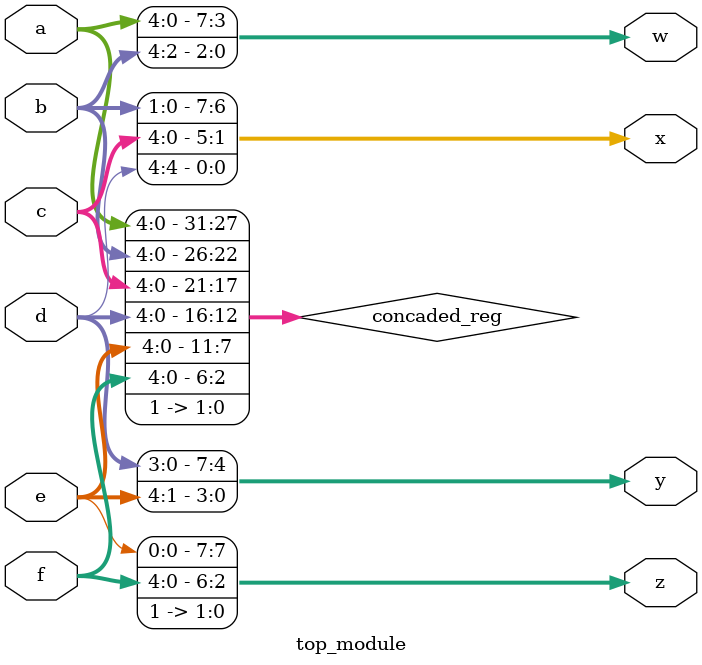
<source format=v>
module top_module (
    input [4:0] a, b, c, d, e, f,
    output [7:0] w, x, y, z );
    
     wire [31:0]concaded_reg;

    assign concaded_reg[31:0] = {a[4:0],b[4:0],c[4:0],d[4:0],e[4:0],f[4:0],2'b11};
    assign {w, x, y, z} = {concaded_reg[31:24],concaded_reg[23:16],concaded_reg[15:8],concaded_reg[7:0]};

endmodule

</source>
